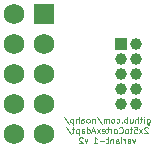
<source format=gbr>
%TF.GenerationSoftware,KiCad,Pcbnew,5.1.8-db9833491~88~ubuntu20.04.1*%
%TF.CreationDate,2020-12-14T12:06:49-05:00*%
%TF.ProjectId,stlink-clone-adapter,32783574-6f43-46f7-9274-657841646170,rev?*%
%TF.SameCoordinates,Original*%
%TF.FileFunction,Soldermask,Bot*%
%TF.FilePolarity,Negative*%
%FSLAX46Y46*%
G04 Gerber Fmt 4.6, Leading zero omitted, Abs format (unit mm)*
G04 Created by KiCad (PCBNEW 5.1.8-db9833491~88~ubuntu20.04.1) date 2020-12-14 12:06:49*
%MOMM*%
%LPD*%
G01*
G04 APERTURE LIST*
%ADD10C,0.125000*%
%ADD11R,1.000000X1.000000*%
%ADD12C,1.000000*%
%ADD13R,1.750000X1.750000*%
%ADD14C,1.750000*%
G04 APERTURE END LIST*
D10*
X159082952Y-114016357D02*
X159082952Y-114421119D01*
X159106761Y-114468738D01*
X159130571Y-114492547D01*
X159178190Y-114516357D01*
X159249619Y-114516357D01*
X159297238Y-114492547D01*
X159082952Y-114325880D02*
X159130571Y-114349690D01*
X159225809Y-114349690D01*
X159273428Y-114325880D01*
X159297238Y-114302071D01*
X159321047Y-114254452D01*
X159321047Y-114111595D01*
X159297238Y-114063976D01*
X159273428Y-114040166D01*
X159225809Y-114016357D01*
X159130571Y-114016357D01*
X159082952Y-114040166D01*
X158844857Y-114349690D02*
X158844857Y-114016357D01*
X158844857Y-113849690D02*
X158868666Y-113873500D01*
X158844857Y-113897309D01*
X158821047Y-113873500D01*
X158844857Y-113849690D01*
X158844857Y-113897309D01*
X158678190Y-114016357D02*
X158487714Y-114016357D01*
X158606761Y-113849690D02*
X158606761Y-114278261D01*
X158582952Y-114325880D01*
X158535333Y-114349690D01*
X158487714Y-114349690D01*
X158321047Y-114349690D02*
X158321047Y-113849690D01*
X158106761Y-114349690D02*
X158106761Y-114087785D01*
X158130571Y-114040166D01*
X158178190Y-114016357D01*
X158249619Y-114016357D01*
X158297238Y-114040166D01*
X158321047Y-114063976D01*
X157654380Y-114016357D02*
X157654380Y-114349690D01*
X157868666Y-114016357D02*
X157868666Y-114278261D01*
X157844857Y-114325880D01*
X157797238Y-114349690D01*
X157725809Y-114349690D01*
X157678190Y-114325880D01*
X157654380Y-114302071D01*
X157416285Y-114349690D02*
X157416285Y-113849690D01*
X157416285Y-114040166D02*
X157368666Y-114016357D01*
X157273428Y-114016357D01*
X157225809Y-114040166D01*
X157202000Y-114063976D01*
X157178190Y-114111595D01*
X157178190Y-114254452D01*
X157202000Y-114302071D01*
X157225809Y-114325880D01*
X157273428Y-114349690D01*
X157368666Y-114349690D01*
X157416285Y-114325880D01*
X156963904Y-114302071D02*
X156940095Y-114325880D01*
X156963904Y-114349690D01*
X156987714Y-114325880D01*
X156963904Y-114302071D01*
X156963904Y-114349690D01*
X156511523Y-114325880D02*
X156559142Y-114349690D01*
X156654380Y-114349690D01*
X156702000Y-114325880D01*
X156725809Y-114302071D01*
X156749619Y-114254452D01*
X156749619Y-114111595D01*
X156725809Y-114063976D01*
X156702000Y-114040166D01*
X156654380Y-114016357D01*
X156559142Y-114016357D01*
X156511523Y-114040166D01*
X156225809Y-114349690D02*
X156273428Y-114325880D01*
X156297238Y-114302071D01*
X156321047Y-114254452D01*
X156321047Y-114111595D01*
X156297238Y-114063976D01*
X156273428Y-114040166D01*
X156225809Y-114016357D01*
X156154380Y-114016357D01*
X156106761Y-114040166D01*
X156082952Y-114063976D01*
X156059142Y-114111595D01*
X156059142Y-114254452D01*
X156082952Y-114302071D01*
X156106761Y-114325880D01*
X156154380Y-114349690D01*
X156225809Y-114349690D01*
X155844857Y-114349690D02*
X155844857Y-114016357D01*
X155844857Y-114063976D02*
X155821047Y-114040166D01*
X155773428Y-114016357D01*
X155702000Y-114016357D01*
X155654380Y-114040166D01*
X155630571Y-114087785D01*
X155630571Y-114349690D01*
X155630571Y-114087785D02*
X155606761Y-114040166D01*
X155559142Y-114016357D01*
X155487714Y-114016357D01*
X155440095Y-114040166D01*
X155416285Y-114087785D01*
X155416285Y-114349690D01*
X154821047Y-113825880D02*
X155249619Y-114468738D01*
X154654380Y-114016357D02*
X154654380Y-114349690D01*
X154654380Y-114063976D02*
X154630571Y-114040166D01*
X154582952Y-114016357D01*
X154511523Y-114016357D01*
X154463904Y-114040166D01*
X154440095Y-114087785D01*
X154440095Y-114349690D01*
X154130571Y-114349690D02*
X154178190Y-114325880D01*
X154202000Y-114302071D01*
X154225809Y-114254452D01*
X154225809Y-114111595D01*
X154202000Y-114063976D01*
X154178190Y-114040166D01*
X154130571Y-114016357D01*
X154059142Y-114016357D01*
X154011523Y-114040166D01*
X153987714Y-114063976D01*
X153963904Y-114111595D01*
X153963904Y-114254452D01*
X153987714Y-114302071D01*
X154011523Y-114325880D01*
X154059142Y-114349690D01*
X154130571Y-114349690D01*
X153535333Y-114349690D02*
X153535333Y-114087785D01*
X153559142Y-114040166D01*
X153606761Y-114016357D01*
X153702000Y-114016357D01*
X153749619Y-114040166D01*
X153535333Y-114325880D02*
X153582952Y-114349690D01*
X153702000Y-114349690D01*
X153749619Y-114325880D01*
X153773428Y-114278261D01*
X153773428Y-114230642D01*
X153749619Y-114183023D01*
X153702000Y-114159214D01*
X153582952Y-114159214D01*
X153535333Y-114135404D01*
X153297238Y-114349690D02*
X153297238Y-113849690D01*
X153082952Y-114349690D02*
X153082952Y-114087785D01*
X153106761Y-114040166D01*
X153154380Y-114016357D01*
X153225809Y-114016357D01*
X153273428Y-114040166D01*
X153297238Y-114063976D01*
X152844857Y-114016357D02*
X152844857Y-114516357D01*
X152844857Y-114040166D02*
X152797238Y-114016357D01*
X152702000Y-114016357D01*
X152654380Y-114040166D01*
X152630571Y-114063976D01*
X152606761Y-114111595D01*
X152606761Y-114254452D01*
X152630571Y-114302071D01*
X152654380Y-114325880D01*
X152702000Y-114349690D01*
X152797238Y-114349690D01*
X152844857Y-114325880D01*
X152035333Y-113825880D02*
X152463904Y-114468738D01*
X159142476Y-114772309D02*
X159118666Y-114748500D01*
X159071047Y-114724690D01*
X158952000Y-114724690D01*
X158904380Y-114748500D01*
X158880571Y-114772309D01*
X158856761Y-114819928D01*
X158856761Y-114867547D01*
X158880571Y-114938976D01*
X159166285Y-115224690D01*
X158856761Y-115224690D01*
X158690095Y-115224690D02*
X158428190Y-114891357D01*
X158690095Y-114891357D02*
X158428190Y-115224690D01*
X157999619Y-114724690D02*
X158237714Y-114724690D01*
X158261523Y-114962785D01*
X158237714Y-114938976D01*
X158190095Y-114915166D01*
X158071047Y-114915166D01*
X158023428Y-114938976D01*
X157999619Y-114962785D01*
X157975809Y-115010404D01*
X157975809Y-115129452D01*
X157999619Y-115177071D01*
X158023428Y-115200880D01*
X158071047Y-115224690D01*
X158190095Y-115224690D01*
X158237714Y-115200880D01*
X158261523Y-115177071D01*
X157832952Y-114891357D02*
X157642476Y-114891357D01*
X157761523Y-114724690D02*
X157761523Y-115153261D01*
X157737714Y-115200880D01*
X157690095Y-115224690D01*
X157642476Y-115224690D01*
X157404380Y-115224690D02*
X157452000Y-115200880D01*
X157475809Y-115177071D01*
X157499619Y-115129452D01*
X157499619Y-114986595D01*
X157475809Y-114938976D01*
X157452000Y-114915166D01*
X157404380Y-114891357D01*
X157332952Y-114891357D01*
X157285333Y-114915166D01*
X157261523Y-114938976D01*
X157237714Y-114986595D01*
X157237714Y-115129452D01*
X157261523Y-115177071D01*
X157285333Y-115200880D01*
X157332952Y-115224690D01*
X157404380Y-115224690D01*
X156737714Y-115177071D02*
X156761523Y-115200880D01*
X156832952Y-115224690D01*
X156880571Y-115224690D01*
X156952000Y-115200880D01*
X156999619Y-115153261D01*
X157023428Y-115105642D01*
X157047238Y-115010404D01*
X157047238Y-114938976D01*
X157023428Y-114843738D01*
X156999619Y-114796119D01*
X156952000Y-114748500D01*
X156880571Y-114724690D01*
X156832952Y-114724690D01*
X156761523Y-114748500D01*
X156737714Y-114772309D01*
X156452000Y-115224690D02*
X156499619Y-115200880D01*
X156523428Y-115177071D01*
X156547238Y-115129452D01*
X156547238Y-114986595D01*
X156523428Y-114938976D01*
X156499619Y-114915166D01*
X156452000Y-114891357D01*
X156380571Y-114891357D01*
X156332952Y-114915166D01*
X156309142Y-114938976D01*
X156285333Y-114986595D01*
X156285333Y-115129452D01*
X156309142Y-115177071D01*
X156332952Y-115200880D01*
X156380571Y-115224690D01*
X156452000Y-115224690D01*
X156071047Y-115224690D02*
X156071047Y-114891357D01*
X156071047Y-114986595D02*
X156047238Y-114938976D01*
X156023428Y-114915166D01*
X155975809Y-114891357D01*
X155928190Y-114891357D01*
X155832952Y-114891357D02*
X155642476Y-114891357D01*
X155761523Y-114724690D02*
X155761523Y-115153261D01*
X155737714Y-115200880D01*
X155690095Y-115224690D01*
X155642476Y-115224690D01*
X155285333Y-115200880D02*
X155332952Y-115224690D01*
X155428190Y-115224690D01*
X155475809Y-115200880D01*
X155499619Y-115153261D01*
X155499619Y-114962785D01*
X155475809Y-114915166D01*
X155428190Y-114891357D01*
X155332952Y-114891357D01*
X155285333Y-114915166D01*
X155261523Y-114962785D01*
X155261523Y-115010404D01*
X155499619Y-115058023D01*
X155094857Y-115224690D02*
X154832952Y-114891357D01*
X155094857Y-114891357D02*
X154832952Y-115224690D01*
X154666285Y-115081833D02*
X154428190Y-115081833D01*
X154713904Y-115224690D02*
X154547238Y-114724690D01*
X154380571Y-115224690D01*
X153999619Y-115224690D02*
X153999619Y-114724690D01*
X153999619Y-115200880D02*
X154047238Y-115224690D01*
X154142476Y-115224690D01*
X154190095Y-115200880D01*
X154213904Y-115177071D01*
X154237714Y-115129452D01*
X154237714Y-114986595D01*
X154213904Y-114938976D01*
X154190095Y-114915166D01*
X154142476Y-114891357D01*
X154047238Y-114891357D01*
X153999619Y-114915166D01*
X153547238Y-115224690D02*
X153547238Y-114962785D01*
X153571047Y-114915166D01*
X153618666Y-114891357D01*
X153713904Y-114891357D01*
X153761523Y-114915166D01*
X153547238Y-115200880D02*
X153594857Y-115224690D01*
X153713904Y-115224690D01*
X153761523Y-115200880D01*
X153785333Y-115153261D01*
X153785333Y-115105642D01*
X153761523Y-115058023D01*
X153713904Y-115034214D01*
X153594857Y-115034214D01*
X153547238Y-115010404D01*
X153309142Y-114891357D02*
X153309142Y-115391357D01*
X153309142Y-114915166D02*
X153261523Y-114891357D01*
X153166285Y-114891357D01*
X153118666Y-114915166D01*
X153094857Y-114938976D01*
X153071047Y-114986595D01*
X153071047Y-115129452D01*
X153094857Y-115177071D01*
X153118666Y-115200880D01*
X153166285Y-115224690D01*
X153261523Y-115224690D01*
X153309142Y-115200880D01*
X152928190Y-114891357D02*
X152737714Y-114891357D01*
X152856761Y-114724690D02*
X152856761Y-115153261D01*
X152832952Y-115200880D01*
X152785333Y-115224690D01*
X152737714Y-115224690D01*
X152213904Y-114700880D02*
X152642476Y-115343738D01*
X158082952Y-115766357D02*
X157963904Y-116099690D01*
X157844857Y-115766357D01*
X157440095Y-116099690D02*
X157440095Y-115837785D01*
X157463904Y-115790166D01*
X157511523Y-115766357D01*
X157606761Y-115766357D01*
X157654380Y-115790166D01*
X157440095Y-116075880D02*
X157487714Y-116099690D01*
X157606761Y-116099690D01*
X157654380Y-116075880D01*
X157678190Y-116028261D01*
X157678190Y-115980642D01*
X157654380Y-115933023D01*
X157606761Y-115909214D01*
X157487714Y-115909214D01*
X157440095Y-115885404D01*
X157202000Y-116099690D02*
X157202000Y-115766357D01*
X157202000Y-115861595D02*
X157178190Y-115813976D01*
X157154380Y-115790166D01*
X157106761Y-115766357D01*
X157059142Y-115766357D01*
X156892476Y-116099690D02*
X156892476Y-115766357D01*
X156892476Y-115599690D02*
X156916285Y-115623500D01*
X156892476Y-115647309D01*
X156868666Y-115623500D01*
X156892476Y-115599690D01*
X156892476Y-115647309D01*
X156440095Y-116099690D02*
X156440095Y-115837785D01*
X156463904Y-115790166D01*
X156511523Y-115766357D01*
X156606761Y-115766357D01*
X156654380Y-115790166D01*
X156440095Y-116075880D02*
X156487714Y-116099690D01*
X156606761Y-116099690D01*
X156654380Y-116075880D01*
X156678190Y-116028261D01*
X156678190Y-115980642D01*
X156654380Y-115933023D01*
X156606761Y-115909214D01*
X156487714Y-115909214D01*
X156440095Y-115885404D01*
X156202000Y-115766357D02*
X156202000Y-116099690D01*
X156202000Y-115813976D02*
X156178190Y-115790166D01*
X156130571Y-115766357D01*
X156059142Y-115766357D01*
X156011523Y-115790166D01*
X155987714Y-115837785D01*
X155987714Y-116099690D01*
X155821047Y-115766357D02*
X155630571Y-115766357D01*
X155749619Y-115599690D02*
X155749619Y-116028261D01*
X155725809Y-116075880D01*
X155678190Y-116099690D01*
X155630571Y-116099690D01*
X155463904Y-115909214D02*
X155082952Y-115909214D01*
X154582952Y-116099690D02*
X154868666Y-116099690D01*
X154725809Y-116099690D02*
X154725809Y-115599690D01*
X154773428Y-115671119D01*
X154821047Y-115718738D01*
X154868666Y-115742547D01*
X154035333Y-115766357D02*
X153916285Y-116099690D01*
X153797238Y-115766357D01*
X153630571Y-115647309D02*
X153606761Y-115623500D01*
X153559142Y-115599690D01*
X153440095Y-115599690D01*
X153392476Y-115623500D01*
X153368666Y-115647309D01*
X153344857Y-115694928D01*
X153344857Y-115742547D01*
X153368666Y-115813976D01*
X153654380Y-116099690D01*
X153344857Y-116099690D01*
D11*
%TO.C,J2*%
X156845000Y-107696000D03*
D12*
X158115000Y-107696000D03*
X156845000Y-108966000D03*
X158115000Y-108966000D03*
X156845000Y-110236000D03*
X158115000Y-110236000D03*
X156845000Y-111506000D03*
X158115000Y-111506000D03*
X156845000Y-112776000D03*
X158115000Y-112776000D03*
%TD*%
D13*
%TO.C,J1*%
X150368000Y-105156000D03*
D14*
X147828000Y-105156000D03*
X150368000Y-107696000D03*
X147828000Y-107696000D03*
X150368000Y-110236000D03*
X147828000Y-110236000D03*
X150368000Y-112776000D03*
X147828000Y-112776000D03*
X150368000Y-115316000D03*
X147828000Y-115316000D03*
%TD*%
M02*

</source>
